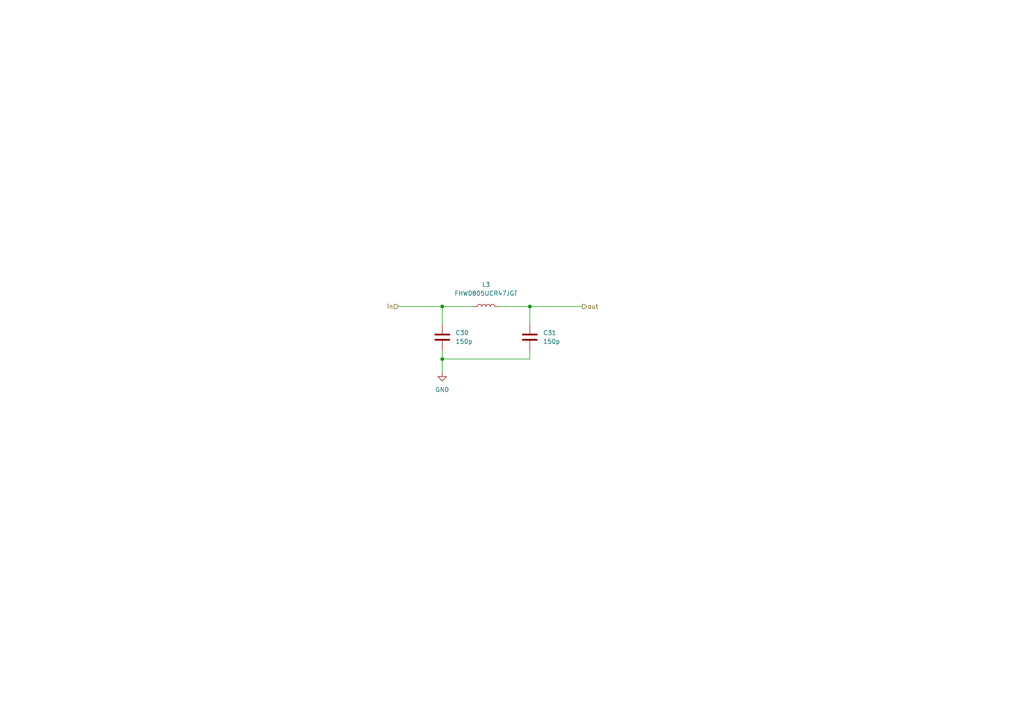
<source format=kicad_sch>
(kicad_sch (version 20211123) (generator eeschema)
  (paper "A4")
  (lib_symbols
    (symbol "Device:C" (pin_numbers hide) (pin_names (offset 0.254))
      (property "Reference" "C" (at 0.635 2.54 0))
      (property "Value" "C" (at 0.635 -2.54 0))
      (symbol "C_0_1"
        (polyline (pts (xy -2.032 -0.762) (xy 2.032 -0.762)) (stroke (width 0.508)))
        (polyline (pts (xy -2.032 0.762) (xy 2.032 0.762)) (stroke (width 0.508)))
      )
      (symbol "C_1_1"
        (pin passive line (at 0 3.81 270) (length 2.794) (name "~") (number "1"))
        (pin passive line (at 0 -3.81 90) (length 2.794) (name "~") (number "2"))
      )
    )
    (symbol "Device:L" (pin_numbers hide) (pin_names (offset 1.016) hide)
      (property "Reference" "L" (at -1.27 0 90))
      (property "Value" "L" (at 1.905 0 90))
      (symbol "L_0_1"
        (arc (start 0 -2.54) (mid 0.635 -1.905) (end 0 -1.27))
        (arc (start 0 -1.27) (mid 0.635 -0.635) (end 0 0))
        (arc (start 0 0) (mid 0.635 0.635) (end 0 1.27))
        (arc (start 0 1.27) (mid 0.635 1.905) (end 0 2.54))
      )
      (symbol "L_1_1"
        (pin passive line (at 0 3.81 270) (length 1.27) (name "1") (number "1"))
        (pin passive line (at 0 -3.81 90) (length 1.27) (name "2") (number "2"))
      )
    )
    (symbol "power:GND" (power) (pin_names (offset 0))
      (property "Value" "GND" (at 0 -3.81 0))
      (symbol "GND_0_1"
        (polyline (pts (xy 0 0) (xy 0 -1.27) (xy 1.27 -1.27) (xy 0 -2.54) (xy -1.27 -1.27) (xy 0 -1.27)))
      )
      (symbol "GND_1_1"
        (pin power_in line (at 0 0 270) (length 0) hide (name "GND") (number "1"))
      )
    )
  )
  (junction (at 128.27 88.9))
  (junction (at 128.27 104.14))
  (junction (at 153.67 88.9))
  (wire (pts (xy 128.27 88.9) (xy 128.27 93.98)))
  (wire (pts (xy 128.27 107.95) (xy 128.27 104.14)))
  (wire (pts (xy 115.57 88.9) (xy 128.27 88.9)))
  (wire (pts (xy 128.27 104.14) (xy 153.67 104.14)))
  (wire (pts (xy 153.67 104.14) (xy 153.67 101.6)))
  (wire (pts (xy 153.67 88.9) (xy 168.91 88.9)))
  (wire (pts (xy 128.27 104.14) (xy 128.27 101.6)))
  (wire (pts (xy 153.67 93.98) (xy 153.67 88.9)))
  (wire (pts (xy 128.27 88.9) (xy 137.16 88.9)))
  (wire (pts (xy 144.78 88.9) (xy 153.67 88.9)))
  (hierarchical_label "out" (shape output) (at 168.91 88.9 0))
  (hierarchical_label "in" (shape input) (at 115.57 88.9 180))
  (symbol (lib_id "Device:C") (at 153.67 97.79 180) (unit 1)
    (property "Reference" "C31" (at 157.48 96.5199 0) (effects (justify right)))
    (property "Value" "150p" (at 157.48 99.0599 0) (effects (justify right)))
    (property "Footprint" "Capacitor_SMD:C_0805_2012Metric" (effects hide))
  )
  (symbol (lib_id "Device:L") (at 140.97 88.9 90) (unit 1)
    (property "Reference" "L3" (at 140.97 82.55 90))
    (property "Value" "FHW0805UCR47JGT" (at 140.97 85.09 90))
    (property "Footprint" "Inductor_SMD:L_1008_2520Metric" (effects hide))
  )
  (symbol (lib_id "power:GND") (at 128.27 107.95 0) (unit 1)
    (property "Reference" "#PWR0169" (effects hide))
    (property "Value" "GND" (at 128.27 113.03 0))
  )
  (symbol (lib_id "Device:C") (at 128.27 97.79 180) (unit 1)
    (property "Reference" "C30" (at 132.08 96.5199 0) (effects (justify right)))
    (property "Value" "150p" (at 132.08 99.0599 0) (effects (justify right)))
    (property "Footprint" "Capacitor_SMD:C_0805_2012Metric" (effects hide))
  )
)
</source>
